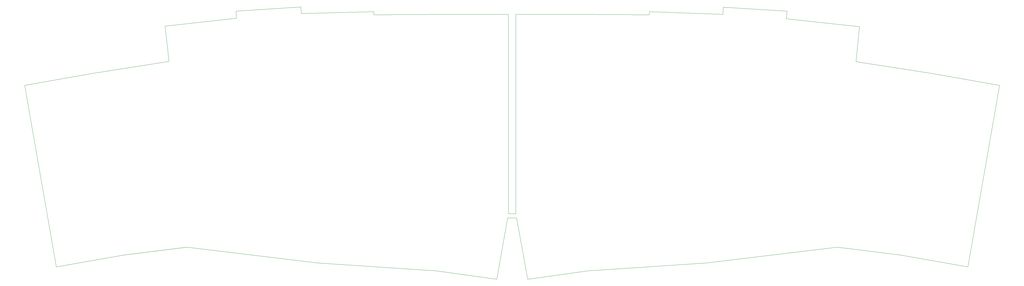
<source format=gbr>
%TF.GenerationSoftware,KiCad,Pcbnew,(6.0.0-0)*%
%TF.CreationDate,2022-01-05T19:35:22+07:00*%
%TF.ProjectId,kibod-01,6b69626f-642d-4303-912e-6b696361645f,rev?*%
%TF.SameCoordinates,Original*%
%TF.FileFunction,Profile,NP*%
%FSLAX46Y46*%
G04 Gerber Fmt 4.6, Leading zero omitted, Abs format (unit mm)*
G04 Created by KiCad (PCBNEW (6.0.0-0)) date 2022-01-05 19:35:22*
%MOMM*%
%LPD*%
G01*
G04 APERTURE LIST*
%TA.AperFunction,Profile*%
%ADD10C,0.050000*%
%TD*%
G04 APERTURE END LIST*
D10*
X139954000Y-38100000D02*
X119380000Y-38100000D01*
X139700000Y-103632000D02*
X136271000Y-123317000D01*
X297572127Y-60960000D02*
X287412127Y-119380000D01*
X229362000Y-37084000D02*
X229108000Y-39497000D01*
X185166000Y-37211000D02*
X208788000Y-38100000D01*
X185166000Y-37211000D02*
X185166000Y-38227000D01*
X229108000Y-39497000D02*
X252603000Y-42037000D01*
X265822127Y-115570000D02*
X245502127Y-113030000D01*
X252603000Y-42037000D02*
X251460000Y-53340000D01*
X184542127Y-119380000D02*
X165492127Y-120650000D01*
X203592127Y-118110000D02*
X184542127Y-119380000D01*
X287412127Y-119380000D02*
X265822127Y-115570000D01*
X142367000Y-38100000D02*
X162952127Y-38100000D01*
X165492127Y-120650000D02*
X146177000Y-123317000D01*
X208915000Y-35814000D02*
X229362000Y-37084000D01*
X275982127Y-57150000D02*
X297572127Y-60960000D01*
X208788000Y-38100000D02*
X208915000Y-35814000D01*
X251460000Y-53340000D02*
X275982127Y-57150000D01*
X142632127Y-103632000D02*
X146177000Y-123317000D01*
X162952127Y-38100000D02*
X185166000Y-38227000D01*
X142367000Y-102235000D02*
X142367000Y-38100000D01*
X203592127Y-118110000D02*
X245502127Y-113030000D01*
X119380000Y-38100000D02*
X96774000Y-38227000D01*
X139954000Y-102235000D02*
X142367000Y-102235000D01*
X-5080000Y-119380000D02*
X16510000Y-115570000D01*
X6350000Y-57150000D02*
X-15240000Y-60960000D01*
X97790000Y-119380000D02*
X116840000Y-120650000D01*
X139954000Y-102235000D02*
X139954000Y-38100000D01*
X52705000Y-39370000D02*
X29845000Y-41910000D01*
X73533000Y-37846000D02*
X73406000Y-35687000D01*
X-15240000Y-60960000D02*
X-5080000Y-119380000D01*
X16510000Y-115570000D02*
X36830000Y-113030000D01*
X29845000Y-41910000D02*
X31115000Y-53213000D01*
X52578000Y-37084000D02*
X52705000Y-39370000D01*
X78740000Y-118110000D02*
X36830000Y-113030000D01*
X73406000Y-35687000D02*
X52578000Y-37084000D01*
X96774000Y-37211000D02*
X96774000Y-38227000D01*
X31115000Y-53213000D02*
X6350000Y-57150000D01*
X96774000Y-37211000D02*
X73533000Y-37846000D01*
X116840000Y-120650000D02*
X136271000Y-123317000D01*
X78740000Y-118110000D02*
X97790000Y-119380000D01*
X139700000Y-103632000D02*
X142632127Y-103632000D01*
M02*

</source>
